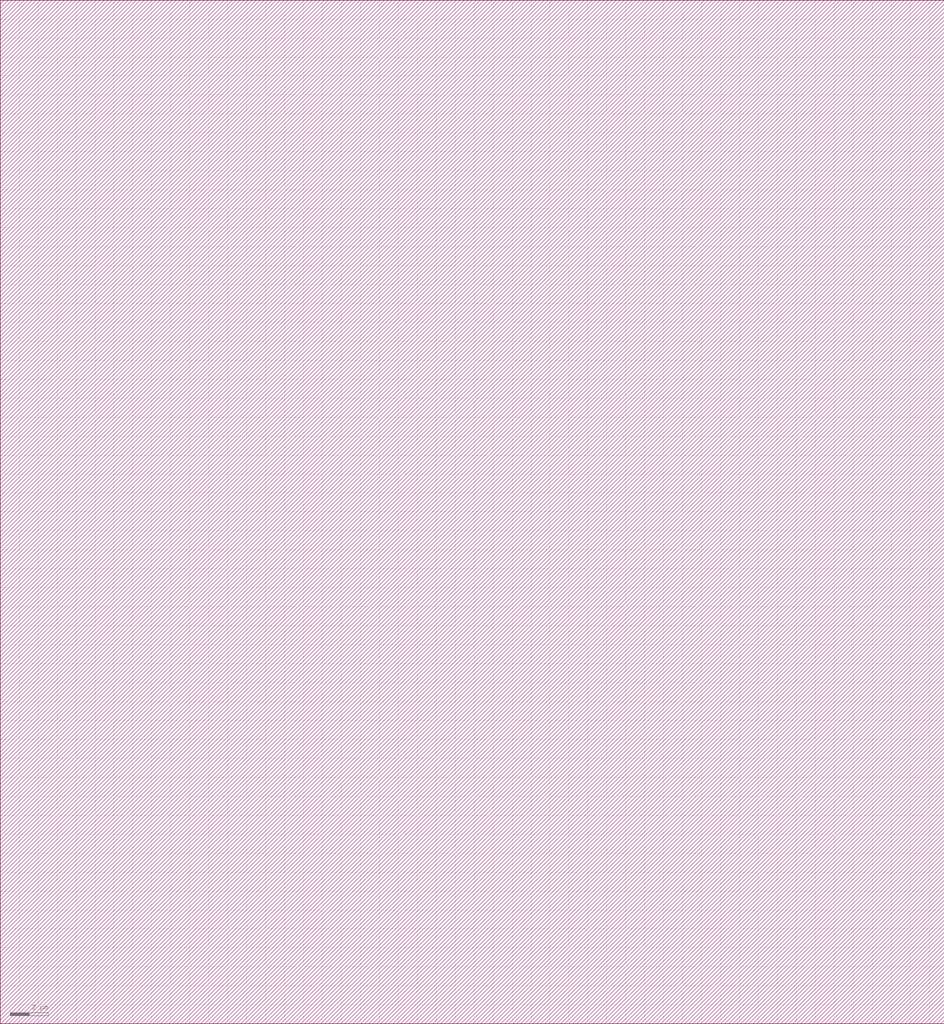
<source format=lef>
VERSION 5.6 ;

BUSBITCHARS "[]" ;

DIVIDERCHAR "/" ;

UNITS
    DATABASE MICRONS 1000 ;
END UNITS

MANUFACTURINGGRID 0.005000 ; 

CLEARANCEMEASURE EUCLIDEAN ; 

USEMINSPACING OBS ON ; 

SITE CoreSite
    CLASS CORE ;
    SIZE 0.600000 BY 0.300000 ;
END CoreSite

LAYER li
   TYPE ROUTING ;
   DIRECTION VERTICAL ;
   MINWIDTH 0.300000 ;
   AREA 0.056250 ;
   WIDTH 0.300000 ;
   SPACINGTABLE
      PARALLELRUNLENGTH 0.0
      WIDTH 0.0 0.225000 ;
   PITCH 0.600000 0.600000 ;
END li

LAYER mcon
    TYPE CUT ;
    SPACING 0.225000 ;
    WIDTH 0.300000 ;
    ENCLOSURE ABOVE 0.075000 0.075000 ;
    ENCLOSURE BELOW 0.000000 0.000000 ;
END mcon

LAYER met1
   TYPE ROUTING ;
   DIRECTION HORIZONTAL ;
   MINWIDTH 0.150000 ;
   AREA 0.084375 ;
   WIDTH 0.150000 ;
   SPACINGTABLE
      PARALLELRUNLENGTH 0.0
      WIDTH 0.0 0.150000 ;
   PITCH 0.300000 0.300000 ;
END met1

LAYER v1
    TYPE CUT ;
    SPACING 0.075000 ;
    WIDTH 0.300000 ;
    ENCLOSURE ABOVE 0.075000 0.075000 ;
    ENCLOSURE BELOW 0.075000 0.075000 ;
END v1

LAYER met2
   TYPE ROUTING ;
   DIRECTION VERTICAL ;
   MINWIDTH 0.150000 ;
   AREA 0.073125 ;
   WIDTH 0.150000 ;
   SPACINGTABLE
      PARALLELRUNLENGTH 0.0
      WIDTH 0.0 0.150000 ;
   PITCH 0.300000 0.300000 ;
END met2

LAYER v2
    TYPE CUT ;
    SPACING 0.150000 ;
    WIDTH 0.300000 ;
    ENCLOSURE ABOVE 0.075000 0.075000 ;
    ENCLOSURE BELOW 0.075000 0.000000 ;
END v2

LAYER met3
   TYPE ROUTING ;
   DIRECTION HORIZONTAL ;
   MINWIDTH 0.300000 ;
   AREA 0.241875 ;
   WIDTH 0.300000 ;
   SPACINGTABLE
      PARALLELRUNLENGTH 0.0
      WIDTH 0.0 0.300000 ;
   PITCH 0.600000 0.600000 ;
END met3

LAYER v3
    TYPE CUT ;
    SPACING 0.150000 ;
    WIDTH 0.450000 ;
    ENCLOSURE ABOVE 0.075000 0.075000 ;
    ENCLOSURE BELOW 0.075000 0.000000 ;
END v3

LAYER met4
   TYPE ROUTING ;
   DIRECTION VERTICAL ;
   MINWIDTH 0.300000 ;
   AREA 0.241875 ;
   WIDTH 0.300000 ;
   SPACINGTABLE
      PARALLELRUNLENGTH 0.0
      WIDTH 0.0 0.300000 ;
   PITCH 0.600000 0.600000 ;
END met4

LAYER v4
    TYPE CUT ;
    SPACING 0.450000 ;
    WIDTH 1.200000 ;
    ENCLOSURE ABOVE 0.150000 0.150000 ;
    ENCLOSURE BELOW 0.000000 0.000000 ;
END v4

LAYER met5
   TYPE ROUTING ;
   DIRECTION HORIZONTAL ;
   MINWIDTH 1.650000 ;
   AREA 4.005000 ;
   WIDTH 1.650000 ;
   SPACINGTABLE
      PARALLELRUNLENGTH 0.0
      WIDTH 0.0 1.650000 ;
   PITCH 3.300000 3.300000 ;
END met5

LAYER OVERLAP
   TYPE OVERLAP ;
END OVERLAP

VIA mcon_C DEFAULT
   LAYER li ;
     RECT -0.150000 -0.150000 0.150000 0.150000 ;
   LAYER mcon ;
     RECT -0.150000 -0.150000 0.150000 0.150000 ;
   LAYER met1 ;
     RECT -0.225000 -0.225000 0.225000 0.225000 ;
END mcon_C

VIA v1_C DEFAULT
   LAYER met1 ;
     RECT -0.225000 -0.225000 0.225000 0.225000 ;
   LAYER v1 ;
     RECT -0.150000 -0.150000 0.150000 0.150000 ;
   LAYER met2 ;
     RECT -0.225000 -0.225000 0.225000 0.225000 ;
END v1_C

VIA v2_C DEFAULT
   LAYER met2 ;
     RECT -0.150000 -0.225000 0.150000 0.225000 ;
   LAYER v2 ;
     RECT -0.150000 -0.150000 0.150000 0.150000 ;
   LAYER met3 ;
     RECT -0.225000 -0.225000 0.225000 0.225000 ;
END v2_C

VIA v2_Ch
   LAYER met2 ;
     RECT -0.225000 -0.150000 0.225000 0.150000 ;
   LAYER v2 ;
     RECT -0.150000 -0.150000 0.150000 0.150000 ;
   LAYER met3 ;
     RECT -0.225000 -0.225000 0.225000 0.225000 ;
END v2_Ch

VIA v2_Cv
   LAYER met2 ;
     RECT -0.150000 -0.225000 0.150000 0.225000 ;
   LAYER v2 ;
     RECT -0.150000 -0.150000 0.150000 0.150000 ;
   LAYER met3 ;
     RECT -0.225000 -0.225000 0.225000 0.225000 ;
END v2_Cv

VIA v3_C DEFAULT
   LAYER met3 ;
     RECT -0.300000 -0.225000 0.300000 0.225000 ;
   LAYER v3 ;
     RECT -0.225000 -0.225000 0.225000 0.225000 ;
   LAYER met4 ;
     RECT -0.300000 -0.300000 0.300000 0.300000 ;
END v3_C

VIA v3_Ch
   LAYER met3 ;
     RECT -0.300000 -0.225000 0.300000 0.225000 ;
   LAYER v3 ;
     RECT -0.225000 -0.225000 0.225000 0.225000 ;
   LAYER met4 ;
     RECT -0.300000 -0.300000 0.300000 0.300000 ;
END v3_Ch

VIA v3_Cv
   LAYER met3 ;
     RECT -0.300000 -0.225000 0.300000 0.225000 ;
   LAYER v3 ;
     RECT -0.225000 -0.225000 0.225000 0.225000 ;
   LAYER met4 ;
     RECT -0.300000 -0.300000 0.300000 0.300000 ;
END v3_Cv

VIA v4_C DEFAULT
   LAYER met4 ;
     RECT -0.600000 -0.600000 0.600000 0.600000 ;
   LAYER v4 ;
     RECT -0.600000 -0.600000 0.600000 0.600000 ;
   LAYER met5 ;
     RECT -0.750000 -0.750000 0.750000 0.750000 ;
END v4_C

MACRO _0_0std_0_0cells_0_0AND2X1
    CLASS CORE ;
    FOREIGN _0_0std_0_0cells_0_0AND2X1 0.000000 0.000000 ;
    ORIGIN 0.000000 0.000000 ;
    SIZE 3.000000 BY 3.900000 ;
    SYMMETRY X Y ;
    SITE CoreSite ;
    PIN A
        DIRECTION INPUT ;
        USE SIGNAL ;
        PORT
        LAYER li ;
        RECT 1.200000 0.600000 1.500000 1.200000 ;
        RECT 1.200000 0.375000 1.275000 0.600000 ;
        RECT 1.200000 0.300000 1.500000 0.375000 ;
        RECT 1.275000 0.375000 1.500000 0.600000 ;
        END
        ANTENNAGATEAREA 0.202500 ;
    END A
    PIN B
        DIRECTION INPUT ;
        USE SIGNAL ;
        PORT
        LAYER li ;
        RECT 1.125000 3.600000 1.500000 3.675000 ;
        RECT 1.125000 3.375000 1.350000 3.600000 ;
        RECT 1.125000 3.300000 1.500000 3.375000 ;
        RECT 1.200000 3.000000 1.500000 3.300000 ;
        RECT 1.350000 3.375000 1.500000 3.600000 ;
        END
        ANTENNAGATEAREA 0.202500 ;
    END B
    PIN Y
        DIRECTION OUTPUT ;
        USE SIGNAL ;
        PORT
        LAYER li ;
        RECT 2.250000 2.700000 2.700000 2.775000 ;
        RECT 2.250000 2.475000 2.475000 2.700000 ;
        RECT 2.250000 2.400000 2.700000 2.475000 ;
        RECT 2.250000 1.725000 2.700000 1.800000 ;
        RECT 2.250000 1.500000 2.475000 1.725000 ;
        RECT 2.250000 1.425000 2.700000 1.500000 ;
        RECT 2.400000 2.775000 2.700000 3.300000 ;
        RECT 2.475000 2.475000 2.700000 2.700000 ;
        RECT 2.400000 1.800000 2.700000 2.400000 ;
        RECT 2.475000 1.500000 2.700000 1.725000 ;
        END
        ANTENNADIFFAREA 0.393750 ;
    END Y
    PIN Vdd
        DIRECTION INPUT ;
        USE POWER ;
        PORT
        LAYER li ;
        RECT 0.600000 2.700000 0.900000 3.300000 ;
        RECT 0.600000 2.475000 0.675000 2.700000 ;
        RECT 0.600000 2.400000 0.900000 2.475000 ;
        RECT 0.675000 2.475000 0.900000 2.700000 ;
        RECT 1.650000 2.700000 1.950000 2.775000 ;
        RECT 1.650000 2.475000 1.725000 2.700000 ;
        RECT 1.650000 2.400000 1.950000 2.475000 ;
        RECT 1.725000 2.475000 1.950000 2.700000 ;
        LAYER mcon ;
        RECT 0.675000 2.475000 0.900000 2.700000 ;
        RECT 1.725000 2.475000 1.950000 2.700000 ;
        LAYER met1 ;
        RECT 0.600000 2.700000 2.025000 2.775000 ;
        RECT 0.600000 2.475000 0.675000 2.700000 ;
        RECT 0.600000 2.400000 2.025000 2.475000 ;
        RECT 0.675000 2.475000 0.900000 2.700000 ;
        RECT 0.900000 2.475000 1.725000 2.700000 ;
        RECT 1.725000 2.475000 1.950000 2.700000 ;
        RECT 1.950000 2.475000 2.025000 2.700000 ;
        END
        ANTENNADIFFAREA 0.450000 ;
    END Vdd
    PIN GND
        DIRECTION INPUT ;
        USE GROUND ;
        PORT
        LAYER li ;
        RECT 1.725000 1.650000 2.025000 1.725000 ;
        RECT 1.725000 1.425000 1.950000 1.650000 ;
        RECT 1.725000 1.350000 2.025000 1.425000 ;
        RECT 1.950000 1.425000 2.025000 1.650000 ;
        RECT 1.800000 1.200000 2.025000 1.350000 ;
        RECT 1.800000 0.900000 2.100000 1.200000 ;
        END
        ANTENNADIFFAREA 0.258750 ;
    END GND
    OBS
        LAYER li ;
        RECT 0.600000 1.500000 0.900000 1.575000 ;
        RECT 0.600000 1.275000 0.675000 1.500000 ;
        RECT 0.600000 1.125000 0.900000 1.275000 ;
        RECT 0.600000 0.900000 0.675000 1.125000 ;
        RECT 0.675000 1.275000 0.900000 1.500000 ;
        RECT 0.675000 0.900000 0.900000 1.125000 ;
        RECT 2.400000 1.125000 2.700000 1.200000 ;
        RECT 2.400000 0.900000 2.625000 1.125000 ;
        RECT 2.400000 0.825000 2.700000 0.900000 ;
        RECT 2.625000 0.900000 2.700000 1.125000 ;
        LAYER met1 ;
        RECT 0.600000 1.125000 2.700000 1.200000 ;
        RECT 0.600000 0.900000 0.675000 1.125000 ;
        RECT 0.600000 0.825000 2.700000 0.900000 ;
        RECT 0.675000 0.900000 0.900000 1.125000 ;
        RECT 0.900000 0.900000 2.400000 1.125000 ;
        RECT 2.400000 0.900000 2.625000 1.125000 ;
        RECT 2.625000 0.900000 2.700000 1.125000 ;
    END
END _0_0std_0_0cells_0_0AND2X1

MACRO welltap_svt
    CLASS CORE WELLTAP ;
    FOREIGN welltap_svt 0.000000 0.000000 ;
    ORIGIN 0.000000 0.000000 ;
    SIZE 1.200000 BY 2.100000 ;
    SYMMETRY X Y ;
    SITE CoreSite ;
    PIN Vdd
        DIRECTION INPUT ;
        USE POWER ;
        PORT
        LAYER li ;
        RECT 0.600000 1.500000 0.900000 1.800000 ;
        END
    END Vdd
    PIN GND
        DIRECTION INPUT ;
        USE GROUND ;
        PORT
        LAYER li ;
        RECT 0.600000 0.300000 0.900000 0.600000 ;
        END
    END GND
END welltap_svt

MACRO circuitppnp
   CLASS CORE ;
   FOREIGN circuitppnp 0.000000 0.000000 ;
   ORIGIN 0.000000 0.000000 ; 
   SIZE 49.800000 BY 54.000000 ; 
   SYMMETRY X Y ;
   SITE CoreSite ;
END circuitppnp

MACRO circuitwell
   CLASS CORE ;
   FOREIGN circuitwell 0.000000 0.000000 ;
   ORIGIN 0.000000 0.000000 ; 
   SIZE 49.800000 BY 54.000000 ; 
   SYMMETRY X Y ;
   SITE CoreSite ;
END circuitwell


</source>
